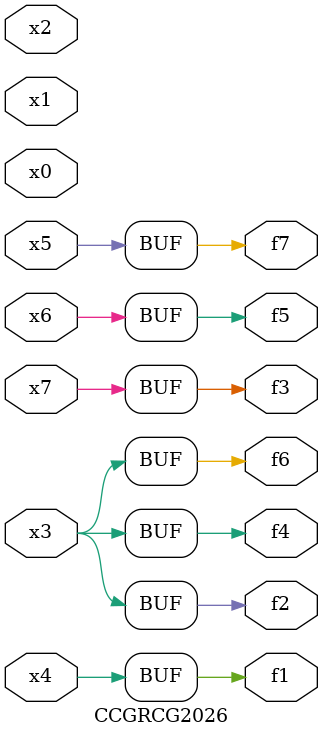
<source format=v>
module CCGRCG2026(
	input x0, x1, x2, x3, x4, x5, x6, x7,
	output f1, f2, f3, f4, f5, f6, f7
);
	assign f1 = x4;
	assign f2 = x3;
	assign f3 = x7;
	assign f4 = x3;
	assign f5 = x6;
	assign f6 = x3;
	assign f7 = x5;
endmodule

</source>
